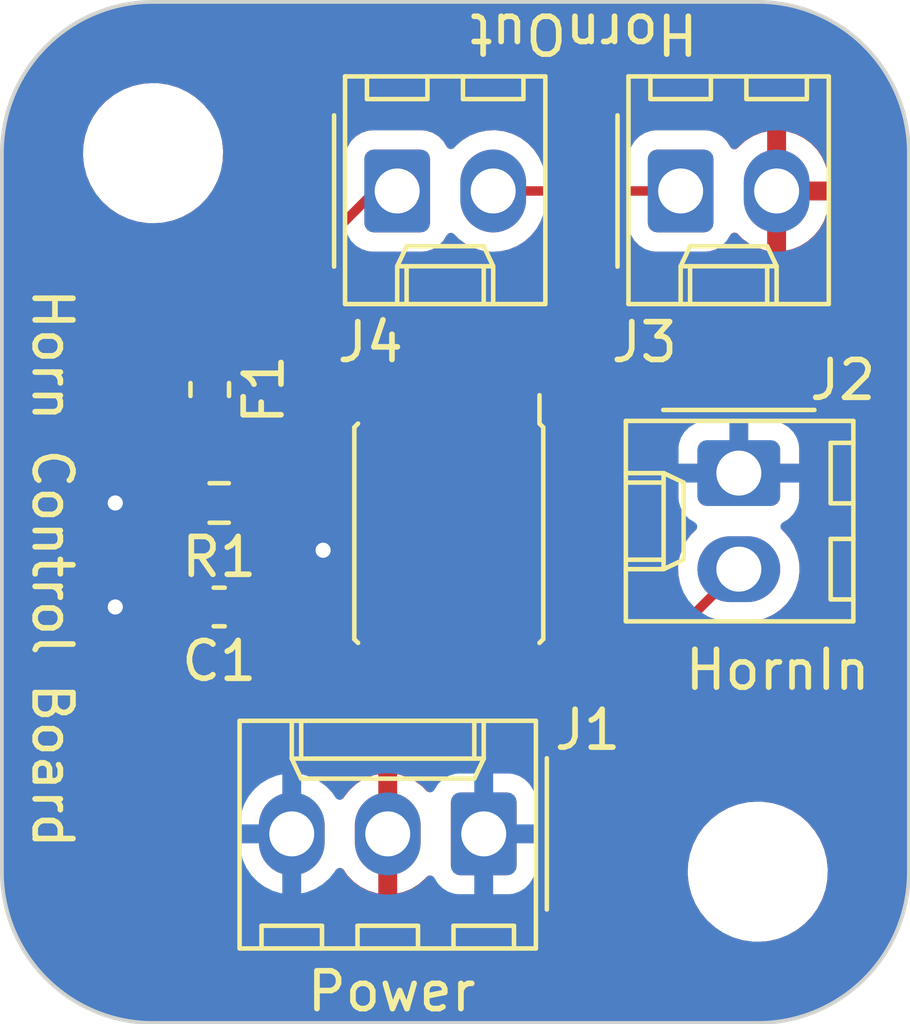
<source format=kicad_pcb>
(kicad_pcb (version 20221018) (generator pcbnew)
  (title_block (title "Template") (date "2022-08-16") (rev "0.0") (company "Illini Solar Car") (comment 1 "Designed By: Your Name"))
  (layers (0 "F.Cu" signal) (31 "B.Cu" signal) (34 "B.Paste" user) (35 "F.Paste" user) (36 "B.SilkS" user "B.Silkscreen") (37 "F.SilkS" user "F.Silkscreen") (38 "B.Mask" user) (39 "F.Mask" user) (44 "Edge.Cuts" user))
  (net 0 "")
  (net 1 "/Horn_Signal")
  (net 2 "GND")
  (net 3 "Net-(J4-Pin_1)")
  (net 4 "Net-(Q2-G)")
  (net 5 "/24V")
  (net 6 "Net-(J3-Pin_1)")
  (footprint "Connector_Molex:Molex_KK-254_AE-6410-02A_1x02_P2.54mm_Vertical" (layer "F.Cu") (at 155.96 102)
    (fp_text reference "J3" (at -0.96 4) (layer "F.SilkS"))
    (fp_text value "Conn_01x02" hide)
    (fp_line (start -1.67 -2) (end -1.67 2) (stroke (width 0.12)) (layer "F.SilkS"))
    (fp_line (start -1.38 -3.03) (end -1.38 2.99) (stroke (width 0.12)) (layer "F.SilkS"))
    (fp_line (start -1.38 2.99) (end 3.92 2.99) (stroke (width 0.12)) (layer "F.SilkS"))
    (fp_line (start -0.8 -3.03) (end -0.8 -2.43) (stroke (width 0.12)) (layer "F.SilkS"))
    (fp_line (start -0.8 -2.43) (end 0.8 -2.43) (stroke (width 0.12)) (layer "F.SilkS"))
    (fp_line (start 0 1.99) (end 0.25 1.46) (stroke (width 0.12)) (layer "F.SilkS"))
    (fp_line (start 0 1.99) (end 2.54 1.99) (stroke (width 0.12)) (layer "F.SilkS"))
    (fp_line (start 0 2.99) (end 0 1.99) (stroke (width 0.12)) (layer "F.SilkS"))
    (fp_line (start 0.25 1.46) (end 2.29 1.46) (stroke (width 0.12)) (layer "F.SilkS"))
    (fp_line (start 0.25 2.99) (end 0.25 1.99) (stroke (width 0.12)) (layer "F.SilkS"))
    (fp_line (start 0.8 -2.43) (end 0.8 -3.03) (stroke (width 0.12)) (layer "F.SilkS"))
    (fp_line (start 1.74 -3.03) (end 1.74 -2.43) (stroke (width 0.12)) (layer "F.SilkS"))
    (fp_line (start 1.74 -2.43) (end 3.34 -2.43) (stroke (width 0.12)) (layer "F.SilkS"))
    (fp_line (start 2.29 1.46) (end 2.54 1.99) (stroke (width 0.12)) (layer "F.SilkS"))
    (fp_line (start 2.29 2.99) (end 2.29 1.99) (stroke (width 0.12)) (layer "F.SilkS"))
    (fp_line (start 2.54 1.99) (end 2.54 2.99) (stroke (width 0.12)) (layer "F.SilkS"))
    (fp_line (start 3.34 -2.43) (end 3.34 -3.03) (stroke (width 0.12)) (layer "F.SilkS"))
    (fp_line (start 3.92 -3.03) (end -1.38 -3.03) (stroke (width 0.12)) (layer "F.SilkS"))
    (fp_line (start 3.92 2.99) (end 3.92 -3.03) (stroke (width 0.12)) (layer "F.SilkS"))
    (pad "1" thru_hole roundrect (at 0 0) (size 1.74 2.19) (drill 1.19) (layers "*.Cu" "*.Mask") (roundrect_rratio 0.143678) (net 6 "Net-(J3-Pin_1)"))
    (pad "2" thru_hole oval (at 2.54 0) (size 1.74 2.19) (drill 1.19) (layers "*.Cu" "*.Mask") (net 5 "/24V"))
  )
  (footprint "Resistor_SMD:R_0603_1608Metric_Pad0.98x0.95mm_HandSolder" (layer "F.Cu") (at 143.75 110.25 180)
    (fp_text reference "R1" (at 0 -1.43) (layer "F.SilkS"))
    (fp_text value "R_US" hide)
    (fp_line (start -0.254724 -0.5225) (end 0.254724 -0.5225) (stroke (width 0.12)) (layer "F.SilkS"))
    (fp_line (start -0.254724 0.5225) (end 0.254724 0.5225) (stroke (width 0.12)) (layer "F.SilkS"))
    (pad "1" smd roundrect (at -0.9125 0 180) (size 0.975 0.95) (layers "F.Cu" "F.Paste" "F.Mask") (net 1 "/Horn_Signal"))
    (pad "2" smd roundrect (at 0.9125 0 180) (size 0.975 0.95) (layers "F.Cu" "F.Paste" "F.Mask") (net 2 "GND"))
  )
  (footprint "Capacitor_SMD:C_0603_1608Metric_Pad1.08x0.95mm_HandSolder" (layer "F.Cu") (at 143.75 113 180)
    (fp_text reference "C1" (at 0 -1.43) (layer "F.SilkS"))
    (fp_text value "C" hide)
    (fp_line (start -0.146267 -0.51) (end 0.146267 -0.51) (stroke (width 0.12)) (layer "F.SilkS"))
    (fp_line (start -0.146267 0.51) (end 0.146267 0.51) (stroke (width 0.12)) (layer "F.SilkS"))
    (pad "1" smd roundrect (at -0.8625 0 180) (size 1.075 0.95) (layers "F.Cu" "F.Paste" "F.Mask") (net 1 "/Horn_Signal"))
    (pad "2" smd roundrect (at 0.8625 0 180) (size 1.075 0.95) (layers "F.Cu" "F.Paste" "F.Mask") (net 2 "GND"))
  )
  (footprint "MountingHole:MountingHole_3.2mm_M3" (layer "F.Cu") (at 142 101)
    (fp_text reference "REF**" hide)
    (fp_text value "MountingHole_3.2mm_M3" hide)
    (pad "" np_thru_hole circle (at 0 0) (size 3.2 3.2) (drill 3.2) (layers "*.Cu" "*.Mask"))
  )
  (footprint "Connector_Molex:Molex_KK-254_AE-6410-03A_1x03_P2.54mm_Vertical" (layer "F.Cu") (at 150.75 119 180)
    (fp_text reference "J1" (at -2.75 2.75) (layer "F.SilkS"))
    (fp_text value "Conn_01x03" hide)
    (fp_line (start -1.67 -2) (end -1.67 2) (stroke (width 0.12)) (layer "F.SilkS"))
    (fp_line (start -1.38 -3.03) (end -1.38 2.99) (stroke (width 0.12)) (layer "F.SilkS"))
    (fp_line (start -1.38 2.99) (end 6.46 2.99) (stroke (width 0.12)) (layer "F.SilkS"))
    (fp_line (start -0.8 -3.03) (end -0.8 -2.43) (stroke (width 0.12)) (layer "F.SilkS"))
    (fp_line (start -0.8 -2.43) (end 0.8 -2.43) (stroke (width 0.12)) (layer "F.SilkS"))
    (fp_line (start 0 1.99) (end 0.25 1.46) (stroke (width 0.12)) (layer "F.SilkS"))
    (fp_line (start 0 1.99) (end 5.08 1.99) (stroke (width 0.12)) (layer "F.SilkS"))
    (fp_line (start 0 2.99) (end 0 1.99) (stroke (width 0.12)) (layer "F.SilkS"))
    (fp_line (start 0.25 1.46) (end 4.83 1.46) (stroke (width 0.12)) (layer "F.SilkS"))
    (fp_line (start 0.25 2.99) (end 0.25 1.99) (stroke (width 0.12)) (layer "F.SilkS"))
    (fp_line (start 0.8 -2.43) (end 0.8 -3.03) (stroke (width 0.12)) (layer "F.SilkS"))
    (fp_line (start 1.74 -3.03) (end 1.74 -2.43) (stroke (width 0.12)) (layer "F.SilkS"))
    (fp_line (start 1.74 -2.43) (end 3.34 -2.43) (stroke (width 0.12)) (layer "F.SilkS"))
    (fp_line (start 3.34 -2.43) (end 3.34 -3.03) (stroke (width 0.12)) (layer "F.SilkS"))
    (fp_line (start 4.28 -3.03) (end 4.28 -2.43) (stroke (width 0.12)) (layer "F.SilkS"))
    (fp_line (start 4.28 -2.43) (end 5.88 -2.43) (stroke (width 0.12)) (layer "F.SilkS"))
    (fp_line (start 4.83 1.46) (end 5.08 1.99) (stroke (width 0.12)) (layer "F.SilkS"))
    (fp_line (start 4.83 2.99) (end 4.83 1.99) (stroke (width 0.12)) (layer "F.SilkS"))
    (fp_line (start 5.08 1.99) (end 5.08 2.99) (stroke (width 0.12)) (layer "F.SilkS"))
    (fp_line (start 5.88 -2.43) (end 5.88 -3.03) (stroke (width 0.12)) (layer "F.SilkS"))
    (fp_line (start 6.46 -3.03) (end -1.38 -3.03) (stroke (width 0.12)) (layer "F.SilkS"))
    (fp_line (start 6.46 2.99) (end 6.46 -3.03) (stroke (width 0.12)) (layer "F.SilkS"))
    (pad "1" thru_hole roundrect (at 0 0 180) (size 1.74 2.19) (drill 1.19) (layers "*.Cu" "*.Mask") (roundrect_rratio 0.143678) (net 2 "GND"))
    (pad "2" thru_hole oval (at 2.54 0 180) (size 1.74 2.19) (drill 1.19) (layers "*.Cu" "*.Mask") (net 5 "/24V"))
    (pad "3" thru_hole oval (at 5.08 0 180) (size 1.74 2.19) (drill 1.19) (layers "*.Cu" "*.Mask") (net 2 "GND"))
  )
  (footprint "Fuse:Fuse_0603_1608Metric_Pad1.05x0.95mm_HandSolder" (layer "F.Cu") (at 143.5 107.25 -90)
    (fp_text reference "F1" (at 0 -1.43 90) (layer "F.SilkS"))
    (fp_text value "2A")
    (fp_line (start -0.171267 -0.51) (end 0.171267 -0.51) (stroke (width 0.12)) (layer "F.SilkS"))
    (fp_line (start -0.171267 0.51) (end 0.171267 0.51) (stroke (width 0.12)) (layer "F.SilkS"))
    (pad "1" smd roundrect (at -0.875 0 270) (size 1.05 0.95) (layers "F.Cu" "F.Paste" "F.Mask") (net 3 "Net-(J4-Pin_1)"))
    (pad "2" smd roundrect (at 0.875 0 270) (size 1.05 0.95) (layers "F.Cu" "F.Paste" "F.Mask") (net 4 "Net-(Q2-G)"))
  )
  (footprint "MountingHole:MountingHole_3.2mm_M3" (layer "F.Cu") (at 158 120)
    (fp_text reference "REF**" hide)
    (fp_text value "MountingHole_3.2mm_M3" hide)
    (pad "" np_thru_hole circle (at 0 0) (size 3.2 3.2) (drill 3.2) (layers "*.Cu" "*.Mask"))
  )
  (footprint "Connector_Molex:Molex_KK-254_AE-6410-02A_1x02_P2.54mm_Vertical" (layer "F.Cu") (at 157.5 109.46 -90)
    (fp_text reference "J2" (at -2.46 -2.75 -180) (layer "F.SilkS"))
    (fp_text value "Conn_01x02" hide)
    (fp_line (start -1.67 -2) (end -1.67 2) (stroke (width 0.12)) (layer "F.SilkS"))
    (fp_line (start -1.38 -3.03) (end -1.38 2.99) (stroke (width 0.12)) (layer "F.SilkS"))
    (fp_line (start -1.38 2.99) (end 3.92 2.99) (stroke (width 0.12)) (layer "F.SilkS"))
    (fp_line (start -0.8 -3.03) (end -0.8 -2.43) (stroke (width 0.12)) (layer "F.SilkS"))
    (fp_line (start -0.8 -2.43) (end 0.8 -2.43) (stroke (width 0.12)) (layer "F.SilkS"))
    (fp_line (start 0 1.99) (end 0.25 1.46) (stroke (width 0.12)) (layer "F.SilkS"))
    (fp_line (start 0 1.99) (end 2.54 1.99) (stroke (width 0.12)) (layer "F.SilkS"))
    (fp_line (start 0 2.99) (end 0 1.99) (stroke (width 0.12)) (layer "F.SilkS"))
    (fp_line (start 0.25 1.46) (end 2.29 1.46) (stroke (width 0.12)) (layer "F.SilkS"))
    (fp_line (start 0.25 2.99) (end 0.25 1.99) (stroke (width 0.12)) (layer "F.SilkS"))
    (fp_line (start 0.8 -2.43) (end 0.8 -3.03) (stroke (width 0.12)) (layer "F.SilkS"))
    (fp_line (start 1.74 -3.03) (end 1.74 -2.43) (stroke (width 0.12)) (layer "F.SilkS"))
    (fp_line (start 1.74 -2.43) (end 3.34 -2.43) (stroke (width 0.12)) (layer "F.SilkS"))
    (fp_line (start 2.29 1.46) (end 2.54 1.99) (stroke (width 0.12)) (layer "F.SilkS"))
    (fp_line (start 2.29 2.99) (end 2.29 1.99) (stroke (width 0.12)) (layer "F.SilkS"))
    (fp_line (start 2.54 1.99) (end 2.54 2.99) (stroke (width 0.12)) (layer "F.SilkS"))
    (fp_line (start 3.34 -2.43) (end 3.34 -3.03) (stroke (width 0.12)) (layer "F.SilkS"))
    (fp_line (start 3.92 -3.03) (end -1.38 -3.03) (stroke (width 0.12)) (layer "F.SilkS"))
    (fp_line (start 3.92 2.99) (end 3.92 -3.03) (stroke (width 0.12)) (layer "F.SilkS"))
    (pad "1" thru_hole roundrect (at 0 0 270) (size 1.74 2.19) (drill 1.19) (layers "*.Cu" "*.Mask") (roundrect_rratio 0.143678) (net 2 "GND"))
    (pad "2" thru_hole oval (at 2.54 0 270) (size 1.74 2.19) (drill 1.19) (layers "*.Cu" "*.Mask") (net 1 "/Horn_Signal"))
  )
  (footprint "Connector_Molex:Molex_KK-254_AE-6410-02A_1x02_P2.54mm_Vertical" (layer "F.Cu") (at 148.46 102)
    (fp_text reference "J4" (at -0.71 4) (layer "F.SilkS"))
    (fp_text value "Conn_01x02" hide)
    (fp_line (start -1.67 -2) (end -1.67 2) (stroke (width 0.12)) (layer "F.SilkS"))
    (fp_line (start -1.38 -3.03) (end -1.38 2.99) (stroke (width 0.12)) (layer "F.SilkS"))
    (fp_line (start -1.38 2.99) (end 3.92 2.99) (stroke (width 0.12)) (layer "F.SilkS"))
    (fp_line (start -0.8 -3.03) (end -0.8 -2.43) (stroke (width 0.12)) (layer "F.SilkS"))
    (fp_line (start -0.8 -2.43) (end 0.8 -2.43) (stroke (width 0.12)) (layer "F.SilkS"))
    (fp_line (start 0 1.99) (end 0.25 1.46) (stroke (width 0.12)) (layer "F.SilkS"))
    (fp_line (start 0 1.99) (end 2.54 1.99) (stroke (width 0.12)) (layer "F.SilkS"))
    (fp_line (start 0 2.99) (end 0 1.99) (stroke (width 0.12)) (layer "F.SilkS"))
    (fp_line (start 0.25 1.46) (end 2.29 1.46) (stroke (width 0.12)) (layer "F.SilkS"))
    (fp_line (start 0.25 2.99) (end 0.25 1.99) (stroke (width 0.12)) (layer "F.SilkS"))
    (fp_line (start 0.8 -2.43) (end 0.8 -3.03) (stroke (width 0.12)) (layer "F.SilkS"))
    (fp_line (start 1.74 -3.03) (end 1.74 -2.43) (stroke (width 0.12)) (layer "F.SilkS"))
    (fp_line (start 1.74 -2.43) (end 3.34 -2.43) (stroke (width 0.12)) (layer "F.SilkS"))
    (fp_line (start 2.29 1.46) (end 2.54 1.99) (stroke (width 0.12)) (layer "F.SilkS"))
    (fp_line (start 2.29 2.99) (end 2.29 1.99) (stroke (width 0.12)) (layer "F.SilkS"))
    (fp_line (start 2.54 1.99) (end 2.54 2.99) (stroke (width 0.12)) (layer "F.SilkS"))
    (fp_line (start 3.34 -2.43) (end 3.34 -3.03) (stroke (width 0.12)) (layer "F.SilkS"))
    (fp_line (start 3.92 -3.03) (end -1.38 -3.03) (stroke (width 0.12)) (layer "F.SilkS"))
    (fp_line (start 3.92 2.99) (end 3.92 -3.03) (stroke (width 0.12)) (layer "F.SilkS"))
    (pad "1" thru_hole roundrect (at 0 0) (size 1.74 2.19) (drill 1.19) (layers "*.Cu" "*.Mask") (roundrect_rratio 0.143678) (net 3 "Net-(J4-Pin_1)"))
    (pad "2" thru_hole oval (at 2.54 0) (size 1.74 2.19) (drill 1.19) (layers "*.Cu" "*.Mask") (net 6 "Net-(J3-Pin_1)"))
  )
  (footprint "Package_DirectFET:DirectFET_MZ" (layer "F.Cu") (at 149.825 111.05 -90)
    (fp_text reference "Q2" hide)
    (fp_text value "IRF6785")
    (fp_line (start -3.65 -2.4) (end -2.9 -2.4) (stroke (width 0.12)) (layer "F.SilkS"))
    (fp_line (start -2.9 -2.4) (end -2.8 -2.5) (stroke (width 0.12)) (layer "F.SilkS"))
    (fp_line (start -2.8 -2.5) (end 2.8 -2.5) (stroke (width 0.12)) (layer "F.SilkS"))
    (fp_line (start -2.8 2.5) (end -2.9 2.4) (stroke (width 0.12)) (layer "F.SilkS"))
    (fp_line (start 2.8 -2.5) (end 2.9 -2.4) (stroke (width 0.12)) (layer "F.SilkS"))
    (fp_line (start 2.8 2.5) (end -2.8 2.5) (stroke (width 0.12)) (layer "F.SilkS"))
    (fp_line (start 2.9 2.4) (end 2.8 2.5) (stroke (width 0.12)) (layer "F.SilkS"))
    (pad "1" smd rect (at -3.2 -1.175 270) (size 0.9 1.85) (layers "F.Cu" "F.Paste" "F.Mask") (net 1 "/Horn_Signal"))
    (pad "1" smd rect (at -3.2 1.175 270) (size 0.9 1.85) (layers "F.Cu" "F.Paste" "F.Mask") (net 1 "/Horn_Signal"))
    (pad "1" smd rect (at 3.2 -1.175 270) (size 0.9 1.85) (layers "F.Cu" "F.Paste" "F.Mask") (net 1 "/Horn_Signal"))
    (pad "1" smd rect (at 3.2 1.175 270) (size 0.9 1.85) (layers "F.Cu" "F.Paste" "F.Mask") (net 1 "/Horn_Signal"))
    (pad "2" smd rect (at -1.2 0 270) (size 0.75 0.75) (layers "F.Cu" "F.Paste" "F.Mask") (net 4 "Net-(Q2-G)"))
    (pad "3" smd rect (at 0.325 -0.475 270) (size 1 0.7) (layers "F.Cu" "F.Paste" "F.Mask") (net 2 "GND"))
    (pad "3" smd rect (at 0.325 0.475 270) (size 1 0.7) (layers "F.Cu" "F.Paste" "F.Mask") (net 2 "GND"))
  )
  (gr_arc (start 162 120) (mid 160.828427 122.828427) (end 158 124) (stroke (width 0.1)) (layer "Edge.Cuts"))
  (gr_line (start 142 97) (end 158 97) (stroke (width 0.1)) (layer "Edge.Cuts"))
  (gr_arc (start 138 101) (mid 139.171573 98.171573) (end 142 97) (stroke (width 0.1)) (layer "Edge.Cuts"))
  (gr_line (start 158 124) (end 142 124) (stroke (width 0.1)) (layer "Edge.Cuts"))
  (gr_arc (start 142 124) (mid 139.171573 122.828427) (end 138 120) (stroke (width 0.1)) (layer "Edge.Cuts"))
  (gr_arc (start 158 97) (mid 160.828427 98.171573) (end 162 101) (stroke (width 0.1)) (layer "Edge.Cuts"))
  (gr_line (start 162 101) (end 162 120) (stroke (width 0.1)) (layer "Edge.Cuts"))
  (gr_line (start 138 120) (end 138 101) (stroke (width 0.1)) (layer "Edge.Cuts"))
  (gr_text "HornOut" (at 156.5 97.25 180) (layer "F.SilkS") (effects (font (size 1 1)) (justify left bottom)))
  (gr_text "Power" (at 146 123.75) (layer "F.SilkS") (effects (font (size 1 1)) (justify left bottom)))
  (gr_text "HornIn" (at 156 115.25) (layer "F.SilkS") (effects (font (size 1 1)) (justify left bottom)))
  (gr_text "Horn Control Board" (at 138.75 104.5 -90) (layer "F.SilkS") (effects (font (size 1 1)) (justify left bottom)))
  (segment (start 151 107.85) (end 148.65 107.85) (width 0.25) (layer "F.Cu") (net 1))
  (segment (start 145.8625 114.25) (end 144.6125 113) (width 0.25) (layer "F.Cu") (net 1))
  (segment (start 155.25 114.25) (end 157.5 112) (width 0.25) (layer "F.Cu") (net 1))
  (segment (start 144.6125 113) (end 144.6125 110.3) (width 0.25) (layer "F.Cu") (net 1))
  (segment (start 151 107.85) (end 151 114.25) (width 0.25) (layer "F.Cu") (net 1))
  (segment (start 148.65 114.25) (end 145.8625 114.25) (width 0.25) (layer "F.Cu") (net 1))
  (segment (start 148.65 114.25) (end 151 114.25) (width 0.25) (layer "F.Cu") (net 1))
  (segment (start 144.6125 110.3) (end 144.6625 110.25) (width 0.25) (layer "F.Cu") (net 1))
  (segment (start 151 114.25) (end 155.25 114.25) (width 0.25) (layer "F.Cu") (net 1))
  (segment (start 146.625 111.375) (end 146.5 111.5) (width 0.25) (layer "F.Cu") (net 2))
  (segment (start 142.8875 113) (end 141 113) (width 0.25) (layer "F.Cu") (net 2))
  (segment (start 142.8375 110.25) (end 141 110.25) (width 0.25) (layer "F.Cu") (net 2))
  (segment (start 149.35 111.375) (end 146.625 111.375) (width 0.25) (layer "F.Cu") (net 2))
  (segment (start 150.3 111.375) (end 149.35 111.375) (width 0.25) (layer "F.Cu") (net 2))
  (via (at 146.5 111.5) (size 0.8) (drill 0.4) (layers "F.Cu" "B.Cu") (net 2))
  (via (at 141 113) (size 0.8) (drill 0.4) (layers "F.Cu" "B.Cu") (net 2))
  (via (at 141 110.25) (size 0.8) (drill 0.4) (layers "F.Cu" "B.Cu") (net 2))
  (segment (start 147.875 102) (end 148.46 102) (width 0.25) (layer "F.Cu") (net 3))
  (segment (start 143.5 106.375) (end 147.875 102) (width 0.25) (layer "F.Cu") (net 3))
  (segment (start 149.825 109.85) (end 149.175 109.2) (width 0.25) (layer "F.Cu") (net 4))
  (segment (start 144.575 109.2) (end 143.5 108.125) (width 0.25) (layer "F.Cu") (net 4))
  (segment (start 149.175 109.2) (end 144.575 109.2) (width 0.25) (layer "F.Cu") (net 4))
  (segment (start 151 102) (end 155.96 102) (width 0.25) (layer "F.Cu") (net 6))
  (zone (net 5) (net_name "/24V") (layer "F.Cu") (connect_pads (clearance 0.508)) (min_thickness 0.25) (fill yes (thermal_gap 0.5) (thermal_bridge_width 0.5))
    (polygon (pts (xy 138 97) (xy 162 97) (xy 162 124) (xy 138 124)))
  )
  (zone (net 2) (net_name "GND") (layer "B.Cu") (priority 1) (connect_pads (clearance 0.508)) (min_thickness 0.25) (fill yes (thermal_gap 0.5) (thermal_bridge_width 0.5))
    (polygon (pts (xy 138 97) (xy 162 97) (xy 162 124) (xy 138 124)))
  )
)
</source>
